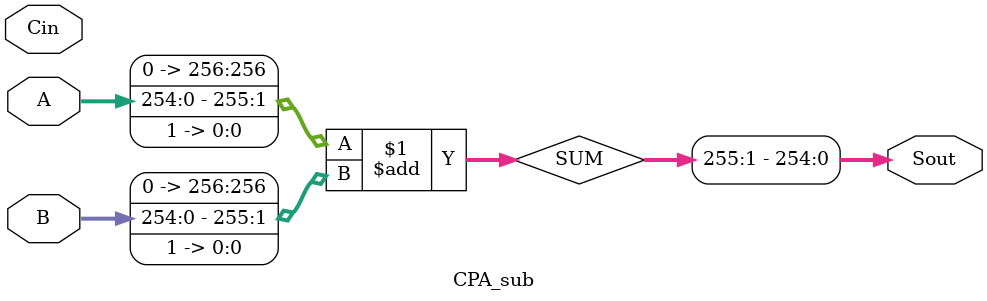
<source format=v>
module CPA_sub #(
    parameter WIDTH = 255
) (
    input [WIDTH-1:0] A,
    input [WIDTH-1:0] B,
    input             Cin,
    output [WIDTH-1:0] Sout
);

    wire [WIDTH+1:0] SUM;
    
    assign SUM = {A,1'b1} + {B,1'b1};
    assign Sout = SUM[WIDTH+1:1];

endmodule
</source>
